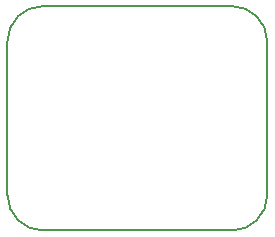
<source format=gm1>
G04 #@! TF.GenerationSoftware,KiCad,Pcbnew,(5.1.4)-1*
G04 #@! TF.CreationDate,2020-02-17T01:36:26-08:00*
G04 #@! TF.ProjectId,daughterboard,64617567-6874-4657-9262-6f6172642e6b,rev?*
G04 #@! TF.SameCoordinates,Original*
G04 #@! TF.FileFunction,Profile,NP*
%FSLAX46Y46*%
G04 Gerber Fmt 4.6, Leading zero omitted, Abs format (unit mm)*
G04 Created by KiCad (PCBNEW (5.1.4)-1) date 2020-02-17 01:36:26*
%MOMM*%
%LPD*%
G04 APERTURE LIST*
%ADD10C,0.150000*%
G04 APERTURE END LIST*
D10*
X3000000Y-19000000D02*
G75*
G02X0Y-16000000I0J3000000D01*
G01*
X0Y-16000000D02*
X0Y-3000000D01*
X19000000Y0D02*
G75*
G02X22000000Y-3000000I0J-3000000D01*
G01*
X19000000Y-19000000D02*
X3000000Y-19000000D01*
X3000000Y0D02*
X19000000Y0D01*
X0Y-3000000D02*
G75*
G02X3000000Y0I3000000J0D01*
G01*
X22000000Y-16000000D02*
G75*
G02X19000000Y-19000000I-3000000J0D01*
G01*
X22000000Y-3000000D02*
X22000000Y-16000000D01*
M02*

</source>
